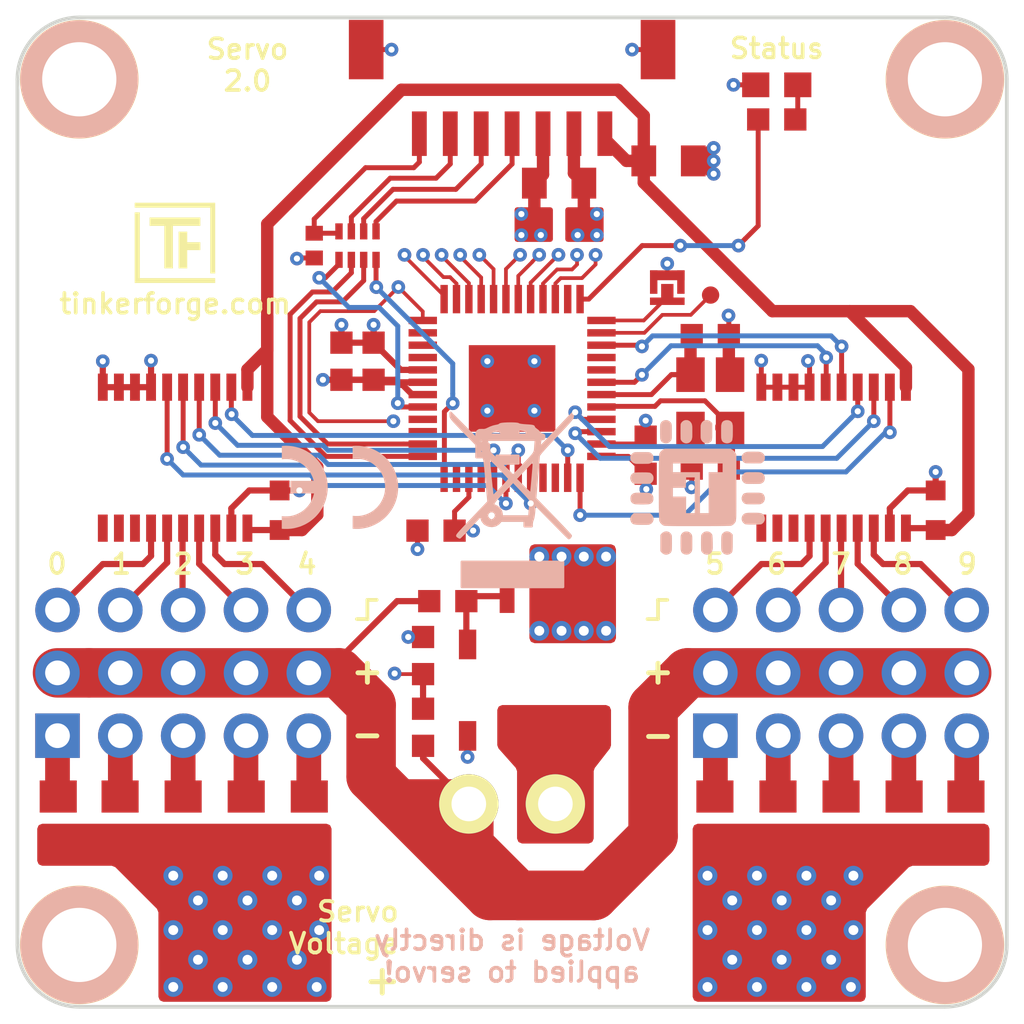
<source format=kicad_pcb>
(kicad_pcb (version 20211014) (generator pcbnew)
  (layers (0 "F.Cu" signal) (1 "In1.Cu" power "GND") (2 "In2.Cu" power "VCC") (31 "B.Cu" signal) (34 "B.Paste" user) (35 "F.Paste" user) (36 "B.SilkS" user "B.Silkscreen") (37 "F.SilkS" user "F.Silkscreen") (38 "B.Mask" user) (39 "F.Mask" user) (44 "Edge.Cuts" user))
  (net 0 "")
  (net 1 "Net-(P1-Pad4)")
  (net 2 "Net-(P1-Pad5)")
  (net 3 "Net-(P1-Pad6)")
  (net 4 "Net-(U1-Pad14)")
  (net 5 "Net-(U1-Pad15)")
  (net 6 "Net-(U1-Pad16)")
  (net 7 "Net-(P2-Pad2)")
  (net 8 "Net-(U7-Pad17)")
  (net 9 "Net-(U7-Pad18)")
  (net 10 "VCC")
  (net 11 "GND")
  (net 12 "Net-(C7-Pad1)")
  (net 13 "Net-(C8-Pad1)")
  (net 14 "Net-(C9-Pad1)")
  (net 15 "+5V")
  (net 16 "Net-(D1-Pad2)")
  (net 17 "Net-(D3-Pad2)")
  (net 18 "Net-(P3-Pad1)")
  (net 19 "Net-(P4-Pad1)")
  (net 20 "Net-(P4-Pad2)")
  (net 21 "Net-(R1-Pad1)")
  (net 22 "V-EXT")
  (net 23 "CUR-SERVO-0")
  (net 24 "CUR-SERVO-1")
  (net 25 "CUR-SERVO-2")
  (net 26 "CUR-SERVO-3")
  (net 27 "CUR-SERVO-4")
  (net 28 "CUR-SERVO-5")
  (net 29 "CUR-SERVO-6")
  (net 30 "CUR-SERVO-7")
  (net 31 "CUR-SERVO-8")
  (net 32 "CUR-SERVO-9")
  (net 33 "S-MISO")
  (net 34 "S-MOSI")
  (net 35 "S-CLK")
  (net 36 "S-CS")
  (net 37 "Net-(U1-Pad21)")
  (net 38 "Net-(U1-Pad22)")
  (net 39 "Net-(U1-Pad26)")
  (net 40 "Net-(U1-Pad28)")
  (net 41 "PWM-SERVO-0")
  (net 42 "PWM-SERVO-1")
  (net 43 "PWM-SERVO-2")
  (net 44 "PWM-SERVO-3")
  (net 45 "Net-(U1-Pad33)")
  (net 46 "Net-(U1-Pad34)")
  (net 47 "PWM-SERVO-4")
  (net 48 "PWM-SERVO-5")
  (net 49 "PWM-SERVO-6")
  (net 50 "PWM-SERVO-7")
  (net 51 "PWM-SERVO-8")
  (net 52 "Net-(U1-Pad44)")
  (net 53 "Net-(U1-Pad45)")
  (net 54 "PWM-SERVO-9")
  (net 55 "Net-(U7-Pad11)")
  (net 56 "Net-(U7-Pad12)")
  (net 57 "Net-(U7-Pad13)")
  (net 58 "Net-(U7-Pad14)")
  (net 59 "Net-(U7-Pad15)")
  (net 60 "Net-(U7-Pad16)")
  (net 61 "Net-(U6-Pad14)")
  (net 62 "Net-(U6-Pad15)")
  (net 63 "Net-(U6-Pad16)")
  (net 64 "Net-(U6-Pad17)")
  (net 65 "Net-(U6-Pad18)")
  (net 66 "Net-(U6-Pad13)")
  (net 67 "Net-(U6-Pad12)")
  (net 68 "Net-(U6-Pad11)")
  (net 69 "Net-(U1-Pad2)")
  (footprint "kicad-libraries:C0805" (layer "F.Cu") (at 151.9 89.2 180)
    (fp_text reference "C1")
    (fp_text value "10uF")
  )
  (footprint "kicad-libraries:C0603F" (layer "F.Cu") (at 151.9 90.7 180)
    (fp_text reference "C2")
    (fp_text value "1uF")
  )
  (footprint "kicad-libraries:C0603F" (layer "F.Cu") (at 143.1 96.4 90)
    (fp_text reference "C4")
    (fp_text value "100nF")
  )
  (footprint "kicad-libraries:C0603F" (layer "F.Cu") (at 144.4 96.4 90)
    (fp_text reference "C6")
    (fp_text value "220nF")
  )
  (footprint "kicad-libraries:C0402F" (layer "F.Cu") (at 142 91.725 -90)
    (fp_text reference "C7")
    (fp_text value "220pF")
  )
  (footprint "kicad-libraries:C0603" (layer "F.Cu") (at 140.6 102.425 90)
    (fp_text reference "C10")
    (fp_text value "100nF")
  )
  (footprint "kicad-libraries:C0603" (layer "F.Cu") (at 167.125 102.425 -90)
    (fp_text reference "C11")
    (fp_text value "100nF")
  )
  (footprint "kicad-libraries:C0805" (layer "F.Cu") (at 156.325 88.3)
    (fp_text reference "C12")
    (fp_text value "10uF")
  )
  (footprint "kicad-libraries:SOD-123" (layer "F.Cu") (at 148.2 109.7 90)
    (fp_text reference "D1")
    (fp_text value "Z12V")
  )
  (footprint "kicad-libraries:D0603E" (layer "F.Cu") (at 160.7 85.225)
    (fp_text reference "D3")
    (fp_text value "blue")
  )
  (footprint "kicad-libraries:CON-SENSOR2" (layer "F.Cu") (at 150 82.6 180)
    (fp_text reference "P1")
    (fp_text value "CON-SENSOR2")
  )
  (footprint "kicad-libraries:SolderJumper" (layer "F.Cu") (at 156.275 93.425 -90)
    (fp_text reference "P2")
    (fp_text value "BOOT")
  )
  (footprint "kicad-libraries:DEBUG_PAD" (layer "F.Cu") (at 158.025 93.725)
    (fp_text reference "P3")
    (fp_text value "DEBUG")
  )
  (footprint "kicad-libraries:SOIC-8-MOSFET" (layer "F.Cu") (at 151.7 108.5 180)
    (fp_text reference "Q1")
    (fp_text value "FDS8449")
  )
  (footprint "kicad-libraries:R0603F" (layer "F.Cu") (at 160.7 86.625)
    (fp_text reference "R1")
    (fp_text value "1k")
  )
  (footprint "kicad-libraries:R0603F" (layer "F.Cu") (at 146.4 111.2 90)
    (fp_text reference "R2")
    (fp_text value "10k")
  )
  (footprint "kicad-libraries:R0603F" (layer "F.Cu") (at 146.4 108.3 90)
    (fp_text reference "R3")
    (fp_text value "1k")
  )
  (footprint "kicad-libraries:R0603F" (layer "F.Cu") (at 147.4 106.1 180)
    (fp_text reference "R16")
    (fp_text value "100k")
  )
  (footprint "kicad-libraries:4X0402" (layer "F.Cu") (at 143.75 91.725 180)
    (fp_text reference "RP1")
    (fp_text value "82")
  )
  (footprint "kicad-libraries:DRILL_NP" (layer "F.Cu") (at 132.5 85)
    (fp_text reference "U2" hide)
    (fp_text value "DRILL" hide)
  )
  (footprint "kicad-libraries:DRILL_NP" (layer "F.Cu") (at 167.5 120)
    (fp_text reference "U3" hide)
    (fp_text value "DRILL" hide)
  )
  (footprint "kicad-libraries:DRILL_NP" (layer "F.Cu") (at 167.5 85)
    (fp_text reference "U5" hide)
    (fp_text value "DRILL" hide)
  )
  (footprint "kicad-libraries:pin_array_5x3" (layer "F.Cu") (at 136.7 109)
    (fp_text reference "U8")
    (fp_text value "Con_Servo_5x")
  )
  (footprint "kicad-libraries:OQ_2P" (layer "F.Cu") (at 150 114.3)
    (fp_text reference "P4")
    (fp_text value "black")
  )
  (footprint "kicad-libraries:R0805E" (layer "F.Cu") (at 134.15 114.95 -90)
    (fp_text reference "R7")
    (fp_text value "0R1")
  )
  (footprint "kicad-libraries:R0805E" (layer "F.Cu") (at 141.8 114.95 -90)
    (fp_text reference "R4")
    (fp_text value "0R1")
  )
  (footprint "kicad-libraries:R0805E" (layer "F.Cu") (at 131.65 114.95 -90)
    (fp_text reference "R8")
    (fp_text value "0R1")
  )
  (footprint "kicad-libraries:R0805E" (layer "F.Cu") (at 136.7 114.95 -90)
    (fp_text reference "R6")
    (fp_text value "0R1")
  )
  (footprint "kicad-libraries:R0805E" (layer "F.Cu") (at 139.25 114.95 -90)
    (fp_text reference "R5")
    (fp_text value "0R1")
  )
  (footprint "kicad-libraries:TSSOP20" (layer "F.Cu") (at 136.375 100.3 180)
    (fp_text reference "U6")
    (fp_text value "74HC245")
  )
  (footprint "kicad-libraries:R0805E" (layer "F.Cu") (at 165.85 114.95 -90)
    (fp_text reference "R10")
    (fp_text value "0R1")
  )
  (footprint "kicad-libraries:R0805E" (layer "F.Cu") (at 158.2 114.95 -90)
    (fp_text reference "R13")
    (fp_text value "0R1")
  )
  (footprint "kicad-libraries:TSSOP20" (layer "F.Cu") (at 163 100.3 180)
    (fp_text reference "U7")
    (fp_text value "74HC245")
  )
  (footprint "kicad-libraries:pin_array_5x3" (layer "F.Cu") (at 163.3 109)
    (fp_text reference "U9")
    (fp_text value "Con_Servo_5x")
  )
  (footprint "kicad-libraries:R0805E" (layer "F.Cu") (at 163.3 114.95 -90)
    (fp_text reference "R11")
    (fp_text value "0R1")
  )
  (footprint "kicad-libraries:DRILL_NP" (layer "F.Cu") (at 132.5 120)
    (fp_text reference "U4" hide)
    (fp_text value "DRILL" hide)
  )
  (footprint "kicad-libraries:R0805E" (layer "F.Cu") (at 160.75 114.95 -90)
    (fp_text reference "R12")
    (fp_text value "0R1")
  )
  (footprint "kicad-libraries:R0805E" (layer "F.Cu") (at 168.35 114.95 -90)
    (fp_text reference "R9")
    (fp_text value "0R1")
  )
  (footprint "kicad-libraries:QFN48-EP2" (layer "F.Cu") (at 150 97.5 180)
    (fp_text reference "U1")
    (fp_text value "XMC1404")
  )
  (footprint "kicad-libraries:C0603F" (layer "F.Cu") (at 158.013194 100.742524 180)
    (fp_text reference "C8")
    (fp_text value "10pF")
  )
  (footprint "kicad-libraries:CRYSTAL_3225" (layer "F.Cu") (at 158.013194 98.042524 -90)
    (fp_text reference "X1")
    (fp_text value "16MHz")
  )
  (footprint "kicad-libraries:C0603F" (layer "F.Cu") (at 158.013194 95.342524)
    (fp_text reference "C9")
    (fp_text value "10pF")
  )
  (footprint "kicad-libraries:C0603F" (layer "F.Cu") (at 146.925 103.25 180)
    (fp_text reference "C5")
    (fp_text value "100nF")
  )
  (footprint "kicad-libraries:C0603F" (layer "F.Cu") (at 155.4 100.2 -90)
    (fp_text reference "C3")
    (fp_text value "100nF")
  )
  (footprint "kicad-libraries:Logo_31x31" (layer "F.Cu") (at 136.375 91.625)
    (fp_text reference "G***" hide)
    (fp_text value "LOGO" hide)
  )
  (footprint "kicad-libraries:CE_5mm" (layer "B.Cu") (at 143 101.5 180)
    (fp_text reference "VAL" hide)
    (fp_text value "CE_5mm" hide)
  )
  (footprint "kicad-libraries:Logo_CoMCU" (layer "B.Cu") (at 157.5 101.5 180)
    (fp_text reference "G***" hide)
    (fp_text value "LOGO" hide)
  )
  (footprint "kicad-libraries:WEEE_7mm" (layer "B.Cu") (at 150 102 180)
    (fp_text reference "VAL" hide)
    (fp_text value "WEEE_7mm" hide)
  )
  (gr_line (start 144.15 106.825) (end 143.725 106.825) (layer "F.SilkS") (width 0.15))
  (gr_line (start 144.15 106.05) (end 144.525 106.05) (layer "F.SilkS") (width 0.15))
  (gr_line (start 144.15 106.05) (end 144.15 106.825) (layer "F.SilkS") (width 0.15))
  (gr_line (start 155.9 106.05) (end 156.275 106.05) (layer "F.SilkS") (width 0.15))
  (gr_line (start 155.9 106.05) (end 155.9 106.825) (layer "F.SilkS") (width 0.15))
  (gr_line (start 155.9 106.825) (end 155.475 106.825) (layer "F.SilkS") (width 0.15))
  (gr_line (start 167.5 122.5) (end 132.5 122.5) (layer "Edge.Cuts") (width 0.15))
  (gr_line (start 170 85) (end 170 120) (layer "Edge.Cuts") (width 0.15))
  (gr_arc (start 130 85) (mid 130.732233 83.232233) (end 132.5 82.5) (layer "Edge.Cuts") (width 0.15))
  (gr_arc (start 167.5 82.5) (mid 169.267767 83.232233) (end 170 85) (layer "Edge.Cuts") (width 0.15))
  (gr_arc (start 170 120) (mid 169.267767 121.767767) (end 167.5 122.5) (layer "Edge.Cuts") (width 0.15))
  (gr_line (start 130 120) (end 130 85) (layer "Edge.Cuts") (width 0.15))
  (gr_line (start 132.5 82.5) (end 167.5 82.5) (layer "Edge.Cuts") (width 0.15))
  (gr_arc (start 132.5 122.5) (mid 130.732233 121.767767) (end 130 120) (layer "Edge.Cuts") (width 0.15))
  (gr_text "Voltage is directly\napplied to servo!" (at 150 120.45) (layer "B.SilkS") (effects (font (size 0.8 0.8)) (justify mirror)))
  (gr_text "+" (at 155.9 108.925) (layer "F.SilkS") (effects (font (size 1 1) (thickness 0.2))))
  (gr_text "-" (at 155.9 111.5) (layer "F.SilkS") (effects (font (size 1 1) (thickness 0.2))))
  (gr_text "Servo\nVoltage" (at 145.5 119.3) (layer "F.SilkS") (effects (font (size 0.8 0.8)) (justify right)))
  (gr_text "+" (at 144.15 108.925) (layer "F.SilkS") (effects (font (size 1 1) (thickness 0.2))))
  (gr_text "3" (at 139.2 104.6) (layer "F.SilkS") (effects (font (size 0.8 0.8))))
  (gr_text "4" (at 141.7 104.6) (layer "F.SilkS") (effects (font (size 0.8 0.8))))
  (gr_text "-" (at 144.15 111.475) (layer "F.SilkS") (effects (font (size 1 1) (thickness 0.2))))
  (gr_text "Status" (at 160.7 83.75) (layer "F.SilkS") (effects (font (size 0.8 0.8))))
  (gr_text "2" (at 136.7 104.6) (layer "F.SilkS") (effects (font (size 0.8 0.8))))
  (gr_text "tinkerforge.com" (at 136.375 94.075) (layer "F.SilkS") (effects (font (size 0.8 0.8))))
  (gr_text "Servo\n2.0" (at 139.3 84.425) (layer "F.SilkS") (effects (font (size 0.8 0.8))))
  (gr_text "6" (at 160.7 104.6) (layer "F.SilkS") (effects (font (size 0.8 0.8))))
  (gr_text "5" (at 158.2 104.6) (layer "F.SilkS") (effects (font (size 0.8 0.8))))
  (gr_text "1" (at 134.2 104.6) (layer "F.SilkS") (effects (font (size 0.8 0.8))))
  (gr_text "0" (at 131.6 104.6) (layer "F.SilkS") (effects (font (size 0.8 0.8))))
  (gr_text "7" (at 163.3 104.6) (layer "F.SilkS") (effects (font (size 0.8 0.8))))
  (gr_text "8" (at 165.8 104.6) (layer "F.SilkS") (effects (font (size 0.8 0.8))))
  (gr_text "9" (at 168.4 104.6) (layer "F.SilkS") (effects (font (size 0.8 0.8))))
  (gr_text "+" (at 144.75 121.4) (layer "F.SilkS") (effects (font (size 1.2 1.2) (thickness 0.2))))
  (segment (start 144.4993 90.7507) (end 145.325 89.925) (width 0.2) (layer "F.Cu") (net 1))
  (segment (start 144.4993 91.15) (end 144.4993 90.7507) (width 0.2) (layer "F.Cu") (net 1))
  (segment (start 150 88.425) (end 150 87.2) (width 0.2) (layer "F.Cu") (net 1))
  (segment (start 148.5 89.925) (end 150 88.425) (width 0.2) (layer "F.Cu") (net 1))
  (segment (start 145.325 89.925) (end 148.5 89.925) (width 0.2) (layer "F.Cu") (net 1))
  (segment (start 143.99892 90.635518) (end 145.184438 89.45) (width 0.2) (layer "F.Cu") (net 2))
  (segment (start 143.99892 91.15) (end 143.99892 90.635518) (width 0.2) (layer "F.Cu") (net 2))
  (segment (start 148.75 88.425) (end 148.75 87.2) (width 0.2) (layer "F.Cu") (net 2))
  (segment (start 148.7 87.25) (end 148.75 87.2) (width 0.2) (layer "F.Cu") (net 2))
  (segment (start 145.184438 89.45) (end 147.725 89.45) (width 0.2) (layer "F.Cu") (net 2))
  (segment (start 147.725 89.45) (end 148.75 88.425) (width 0.2) (layer "F.Cu") (net 2))
  (segment (start 143.50108 91.15) (end 143.50108 90.567658) (width 0.2) (layer "F.Cu") (net 3))
  (segment (start 147.5 88.425) (end 147.5 87.2) (width 0.2) (layer "F.Cu") (net 3))
  (segment (start 143.50108 90.567658) (end 145.068738 89) (width 0.2) (layer "F.Cu") (net 3))
  (segment (start 145.068738 89) (end 146.925 89) (width 0.2) (layer "F.Cu") (net 3))
  (segment (start 146.925 89) (end 147.5 88.425) (width 0.2) (layer "F.Cu") (net 3))
  (segment (start 155.32328 94.75172) (end 153.61188 94.75172) (width 0.15) (layer "F.Cu") (net 7))
  (segment (start 156.275 93.975) (end 156.1 93.975) (width 0.15) (layer "F.Cu") (net 7))
  (segment (start 156.1 93.975) (end 155.32328 94.75172) (width 0.15) (layer "F.Cu") (net 7))
  (segment (start 156.275 93.575) (end 156.275 93.975) (width 0.15) (layer "F.Cu") (net 7))
  (segment (start 163.97282 104.59282) (end 163.97282 103.14988) (width 0.25) (layer "F.Cu") (net 8))
  (segment (start 165.84 106.46) (end 163.97282 104.59282) (width 0.25) (layer "F.Cu") (net 8))
  (segment (start 166.52 104.6) (end 165 104.6) (width 0.25) (layer "F.Cu") (net 9))
  (segment (start 165 104.6) (end 164.62306 104.22306) (width 0.25) (layer "F.Cu") (net 9))
  (segment (start 168.38 106.46) (end 166.52 104.6) (width 0.25) (layer "F.Cu") (net 9))
  (segment (start 164.62306 104.22306) (end 164.62306 103.14988) (width 0.25) (layer "F.Cu") (net 9))
  (segment (start 155.1021 99.7479) (end 153.61188 99.7479) (width 0.2) (layer "F.Cu") (net 10))
  (segment (start 145.56408 97.34906) (end 145.96394 97.74892) (width 0.25) (layer "F.Cu") (net 10))
  (segment (start 143.1 97.15) (end 144.4 97.15) (width 0.25) (layer "F.Cu") (net 10))
  (segment (start 148.25248 101.11188) (end 148.25248 101.89752) (width 0.2) (layer "F.Cu") (net 10))
  (segment (start 150.89924 89.2) (end 150.89924 90.44924) (width 0.5) (layer "F.Cu") (net 10))
  (segment (start 148.25248 101.89752) (end 147.675 102.475) (width 0.2) (layer "F.Cu") (net 10))
  (segment (start 155.4 99.45) (end 155.4 98.8) (width 0.2) (layer "F.Cu") (net 10))
  (segment (start 159.8499 85.225) (end 158.95 85.225) (width 0.2) (layer "F.Cu") (net 10))
  (segment (start 147.675 102.475) (end 147.675 103.25) (width 0.2) (layer "F.Cu") (net 10))
  (segment (start 151.15 90.7) (end 151.161368 90.711368) (width 0.5) (layer "F.Cu") (net 10))
  (segment (start 151.25 88.84924) (end 150.89924 89.2) (width 0.5) (layer "F.Cu") (net 10))
  (segment (start 144.50108 97.25108) (end 146.38812 97.25108) (width 0.25) (layer "F.Cu") (net 10))
  (segment (start 144.4 97.15) (end 144.50108 97.25108) (width 0.25) (layer "F.Cu") (net 10))
  (segment (start 143.1 97.15) (end 142.350032 97.15) (width 0.25) (layer "F.Cu") (net 10))
  (segment (start 143.1 97.15) (end 145.282209 97.15) (width 0.25) (layer "F.Cu") (net 10))
  (segment (start 145.481269 97.34906) (end 145.56408 97.34906) (width 0.25) (layer "F.Cu") (net 10))
  (segment (start 155.4 99.45) (end 155.1021 99.7479) (width 0.2) (layer "F.Cu") (net 10))
  (segment (start 151.15 90.7) (end 151.15 90.725398) (width 0.5) (layer "F.Cu") (net 10))
  (segment (start 150.89924 90.44924) (end 151.15 90.7) (width 0.5) (layer "F.Cu") (net 10))
  (segment (start 145.96394 97.74892) (end 146.38812 97.74892) (width 0.25) (layer "F.Cu") (net 10))
  (segment (start 151.25 87.2) (end 151.25 88.84924) (width 0.5) (layer "F.Cu") (net 10))
  (segment (start 147.675 103.25) (end 148.425 103.25) (width 0.2) (layer "F.Cu") (net 10))
  (segment (start 145.282209 97.15) (end 145.481269 97.34906) (width 0.25) (layer "F.Cu") (net 10))
  (segment (start 151.161368 90.711368) (end 151.161368 91.041653) (width 0.5) (layer "F.Cu") (net 10))
  (via (at 142.350032 97.15) (size 0.55) (drill 0.25) (layers "F.Cu" "B.Cu") (net 10))
  (via (at 150.375 90.45) (size 0.55) (drill 0.25) (layers "F.Cu" "B.Cu") (net 10))
  (via (at 148.425 103.25) (size 0.55) (drill 0.25) (layers "F.Cu" "B.Cu") (net 10))
  (via (at 155.4 98.8) (size 0.55) (drill 0.25) (layers "F.Cu" "B.Cu") (net 10))
  (via (at 158.95 85.225) (size 0.55) (drill 0.25) (layers "F.Cu" "B.Cu") (net 10))
  (via (at 150.375 91.3) (size 0.55) (drill 0.25) (layers "F.Cu" "B.Cu") (net 10))
  (via (at 151.161368 91.3) (size 0.55) (drill 0.25) (layers "F.Cu" "B.Cu") (net 10))
  (segment (start 140.6 101.6249) (end 141.399892 101.6249) (width 0.25) (layer "F.Cu") (net 11))
  (segment (start 141.325 92.225) (end 141.3 92.25) (width 0.2) (layer "F.Cu") (net 11))
  (segment (start 133.45146 96.40146) (end 133.45 96.4) (width 0.25) (layer "F.Cu") (net 11))
  (segment (start 146.175 103.999998) (end 146.174998 104) (width 0.2) (layer "F.Cu") (net 11))
  (segment (start 156.275 92.925) (end 156.670002 92.925) (width 0.15) (layer "F.Cu") (net 11))
  (segment (start 155.879998 92.925) (end 155.725 93.079998) (width 0.15) (layer "F.Cu") (net 11))
  (segment (start 131.65 115.9) (end 141.8 115.9) (width 1) (layer "F.Cu") (net 11))
  (segment (start 155.725 93.079998) (end 155.725 93.2) (width 0.15) (layer "F.Cu") (net 11))
  (segment (start 165.2733 102.34997) (end 165.2733 103.14988) (width 0.25) (layer "F.Cu") (net 11))
  (segment (start 156.670002 92.925) (end 156.825 93.079998) (width 0.15) (layer "F.Cu") (net 11))
  (segment (start 155.9 83.8) (end 154.85 83.8) (width 0.2) (layer "F.Cu") (net 11))
  (segment (start 152.5 88.79924) (end 152.90076 89.2) (width 0.5) (layer "F.Cu") (net 11))
  (segment (start 135.40218 97.45012) (end 135.40218 96.37718) (width 0.25) (layer "F.Cu") (net 11))
  (segment (start 153.60934 100.24828) (end 154.69828 100.24828) (width 0.2) (layer "F.Cu") (net 11))
  (segment (start 152.720479 90.770479) (end 152.720479 90.968135) (width 0.5) (layer "F.Cu") (net 11))
  (segment (start 138.6483 102.34997) (end 138.6483 103.14988) (width 0.25) (layer "F.Cu") (net 11))
  (segment (start 162.02718 97.45012) (end 162.02718 96.452897) (width 0.2) (layer "F.Cu") (net 11))
  (segment (start 152.90076 90.44924) (end 152.65 90.7) (width 0.5) (layer "F.Cu") (net 11))
  (segment (start 162.02718 97.45012) (end 160.07646 97.45012) (width 0.2) (layer "F.Cu") (net 11))
  (segment (start 155.426411 100.976411) (end 155.426411 101.184671) (width 0.2) (layer "F.Cu") (net 11))
  (segment (start 167.125 101.6249) (end 165.99837 101.6249) (width 0.25) (layer "F.Cu") (net 11))
  (segment (start 144.1 83.8) (end 145.125 83.8) (width 0.2) (layer "F.Cu") (net 11))
  (segment (start 157.263194 100.742524) (end 157.263194 101.486806) (width 0.2) (layer "F.Cu") (net 11))
  (segment (start 133.45146 97.45012) (end 133.45146 96.40146) (width 0.25) (layer "F.Cu") (net 11))
  (segment (start 158.763194 95.342524) (end 158.763194 94.563194) (width 0.2) (layer "F.Cu") (net 11))
  (segment (start 158.763194 94.563194) (end 158.75 94.55) (width 0.2) (layer "F.Cu") (net 11))
  (segment (start 162.02718 96.452897) (end 161.962911 96.388628) (width 0.2) (layer "F.Cu") (net 11))
  (segment (start 148.2 111.54912) (end 148.2 112.4) (width 0.25) (layer "F.Cu") (net 11))
  (segment (start 156.825 93.079998) (end 156.825 93.2) (width 0.15) (layer "F.Cu") (net 11))
  (segment (start 156.275 92.455056) (end 156.274017 92.454073) (width 0.15) (layer "F.Cu") (net 11))
  (segment (start 156.275 92.925) (end 156.275 92.455056) (width 0.15) (layer "F.Cu") (net 11))
  (segment (start 152.90076 89.2) (end 152.90076 90.44924) (width 0.5) (layer "F.Cu") (net 11))
  (segment (start 156.275 92.925) (end 155.879998 92.925) (width 0.15) (layer "F.Cu") (net 11))
  (segment (start 143.1 95.65) (end 143.1 94.926955) (width 0.25) (layer "F.Cu") (net 11))
  (segment (start 157.625 88.3) (end 158.15 88.825) (width 0.5) (layer "F.Cu") (net 11))
  (segment (start 157.213094 99.142344) (end 157.213094 100.692424) (width 0.5) (layer "F.Cu") (net 11))
  (segment (start 157.32576 88.3) (end 158.15 88.3) (width 0.5) (layer "F.Cu") (net 11))
  (segment (start 142 92.225) (end 141.325 92.225) (width 0.2) (layer "F.Cu") (net 11))
  (segment (start 157.32576 88.3) (end 157.625 88.3) (width 0.5) (layer "F.Cu") (net 11))
  (segment (start 135.40218 97.45012) (end 133.45146 97.45012) (width 0.25) (layer "F.Cu") (net 11))
  (segment (start 152.65 90.7) (end 152.720479 90.770479) (width 0.5) (layer "F.Cu") (net 11))
  (segment (start 135.40218 96.37718) (end 135.4 96.375) (width 0.25) (layer "F.Cu") (net 11))
  (segment (start 144.4 95.65) (end 145.5007 96.7507) (width 0.25) (layer "F.Cu") (net 11))
  (segment (start 146.175 103.25) (end 146.175 103.999998) (width 0.2) (layer "F.Cu") (net 11))
  (segment (start 145.5007 96.7507) (end 146.38812 96.7507) (width 0.25) (layer "F.Cu") (net 11))
  (segment (start 155.426411 101.184671) (end 155.426411 101.573579) (width 0.2) (layer "F.Cu") (net 11))
  (segment (start 146.4 107.55) (end 145.80001 107.55) (width 0.25) (layer "F.Cu") (net 11))
  (segment (start 154.69828 100.24828) (end 155.4 100.95) (width 0.2) (layer "F.Cu") (net 11))
  (segment (start 167.125 101.6249) (end 167.125 100.875) (width 0.25) (layer "F.Cu") (net 11))
  (segment (start 165.99837 101.6249) (end 165.2733 102.34997) (width 0.25) (layer "F.Cu") (net 11))
  (segment (start 143.1 95.65) (end 144.4 95.65) (width 0.25) (layer "F.Cu") (net 11))
  (segment (start 157.625 88.3) (end 158.15 87.775) (width 0.5) (layer "F.Cu") (net 11))
  (segment (start 139.37337 101.6249) (end 138.6483 102.34997) (width 0.25) (layer "F.Cu") (net 11))
  (segment (start 144.4 95.65) (end 144.4 94.925011) (width 0.25) (layer "F.Cu") (net 11))
  (segment (start 152.5 87.2) (end 152.5 88.79924) (width 0.5) (layer "F.Cu") (net 11))
  (segment (start 158.763194 95.342524) (end 158.763194 96.892604) (width 0.5) (layer "F.Cu") (net 11))
  (segment (start 141.399892 101.6249) (end 141.39999 101.624998) (width 0.25) (layer "F.Cu") (net 11))
  (segment (start 152.65 90.7) (end 152.675 90.7) (width 0.5) (layer "F.Cu") (net 11))
  (segment (start 160.07646 97.45012) (end 160.07646 96.37646) (width 0.2) (layer "F.Cu") (net 11))
  (segment (start 140.6 101.6249) (end 139.37337 101.6249) (width 0.25) (layer "F.Cu") (net 11))
  (segment (start 157.263194 101.486806) (end 157.25 101.5) (width 0.2) (layer "F.Cu") (net 11))
  (segment (start 160.07646 96.37646) (end 160.075 96.375) (width 0.2) (layer "F.Cu") (net 11))
  (segment (start 158.2 115.9) (end 168.35 115.9) (width 1) (layer "F.Cu") (net 11))
  (segment (start 155.4 100.95) (end 155.426411 100.976411) (width 0.2) (layer "F.Cu") (net 11))
  (segment (start 143.1 94.926955) (end 143.101944 94.925011) (width 0.25) (layer "F.Cu") (net 11))
  (via (at 161.9 117.2) (size 0.8) (drill 0.4) (layers "F.Cu" "B.Cu") (net 11))
  (via (at 157.9 119.4) (size 0.8) (drill 0.4) (layers "F.Cu" "B.Cu") (net 11))
  (via (at 163.8 117.2) (size 0.8) (drill 0.4) (layers "F.Cu" "B.Cu") (net 11))
  (via (at 160.9 120.6) (size 0.8) (drill 0.4) (layers "F.Cu" "B.Cu") (net 11))
  (via (at 161.9 119.4) (size 0.8) (drill 0.4) (layers "F.Cu" "B.Cu") (net 11))
  (via (at 159.9 119.4) (size 0.8) (drill 0.4) (layers "F.Cu" "B.Cu") (net 11))
  (via (at 160.9 118.2) (size 0.8) (drill 0.4) (layers "F.Cu" "B.Cu") (net 11))
  (via (at 159.9 121.7) (size 0.8) (drill 0.4) (layers "F.Cu" "B.Cu") (net 11))
  (via (at 162.9 118.2) (size 0.8) (drill 0.4) (layers "F.Cu" "B.Cu") (net 11))
  (via (at 163.7 121.7) (size 0.8) (drill 0.4) (layers "F.Cu" "B.Cu") (net 11))
  (via (at 158.9 118.2) (size 0.8) (drill 0.4) (layers "F.Cu" "B.Cu") (net 11))
  (via (at 157.9 121.7) (size 0.8) (drill 0.4) (layers "F.Cu" "B.Cu") (net 11))
  (via (at 157.9 117.2) (size 0.8) (drill 0.4) (layers "F.Cu" "B.Cu") (net 11))
  (via (at 162.9 120.6) (size 0.8) (drill 0.4) (layers "F.Cu" "B.Cu") (net 11))
  (via (at 159.9 117.2) (size 0.8) (drill 0.4) (layers "F.Cu" "B.Cu") (net 11))
  (via (at 158.9 120.6) (size 0.8) (drill 0.4) (layers "F.Cu" "B.Cu") (net 11))
  (via (at 161.9 121.7) (size 0.8) (drill 0.4) (layers "F.Cu" "B.Cu") (net 11))
  (via (at 163.8 119.4) (size 0.8) (drill 0.4) (layers "F.Cu" "B.Cu") (net 11))
  (via (at 153.8 107.3) (size 0.8) (drill 0.4) (layers "F.Cu" "B.Cu") (net 11))
  (via (at 135.4 96.375) (size 0.55) (drill 0.25) (layers "F.Cu" "B.Cu") (net 11))
  (via (at 141.39999 101.624998) (size 0.55) (drill 0.25) (layers "F.Cu" "B.Cu") (net 11))
  (via (at 138.3 121.7) (size 0.8) (drill 0.4) (layers "F.Cu" "B.Cu") (net 11))
  (via (at 152.65 91.3) (size 0.55) (drill 0.25) (layers "F.Cu" "B.Cu") (net 11))
  (via (at 153.425 90.45) (size 0.55) (drill 0.25) (layers "F.Cu" "B.Cu") (net 11))
  (via (at 133.45 96.4) (size 0.55) (drill 0.25) (layers "F.Cu" "B.Cu") (net 11))
  (via (at 138.3 117.2) (size 0.8) (drill 0.4) (layers "F.Cu" "B.Cu") (net 11))
  (via (at 150.9 96.4) (size 0.55) (drill 0.25) (layers "F.Cu" "B.Cu") (net 11))
  (via (at 152.9 107.3) (size 0.8) (drill 0.4) (layers "F.Cu" "B.Cu") (net 11))
  (via (at 140.3 119.4) (size 0.8) (drill 0.4) (layers "F.Cu" "B.Cu") (net 11))
  (via (at 141.3 118.2) (size 0.8) (drill 0.4) (layers "F.Cu" "B.Cu") (net 11))
  (via (at 167.125 100.875) (size 0.55) (drill 0.25) (layers "F.Cu" "B.Cu") (net 11))
  (via (at 138.3 119.4) (size 0.8) (drill 0.4) (layers "F.Cu" "B.Cu") (net 11))
  (via (at 156.274017 92.454073) (size 0.55) (drill 0.25) (layers "F.Cu" "B.Cu") (net 11))
  (via (at 151.1 107.3) (size 0.8) (drill 0.4) (layers "F.Cu" "B.Cu") (net 11))
  (via (at 139.3 120.6) (size 0.8) (drill 0.4) (layers "F.Cu" "B.Cu") (net 11))
  (via (at 152.9 104.3) (size 0.8) (drill 0.4) (layers "F.Cu" "B.Cu") (net 11))
  (via (at 144.4 94.925011) (size 0.55) (drill 0.25) (layers "F.Cu" "B.Cu") (net 11))
  (via (at 136.3 117.2) (size 0.8) (drill 0.4) (layers "F.Cu" "B.Cu") (net 11))
  (via (at 154.85 83.8) (size 0.55) (drill 0.25) (layers "F.Cu" "B.Cu") (net 11))
  (via (at 137.3 120.6) (size 0.8) (drill 0.4) (layers "F.Cu" "B.Cu") (net 11))
  (via (at 145.125 83.8) (size 0.55) (drill 0.25) (layers "F.Cu" "B.Cu") (net 11))
  (via (at 153.8 104.3) (size 0.8) (drill 0.4) (layers "F.Cu" "B.Cu") (net 11))
  (via (at 142.2 119.4) (size 0.8) (drill 0.4) (layers "F.Cu" "B.Cu") (net 11))
  (via (at 158.15 88.825) (size 0.55) (drill 0.25) (layers "F.Cu" "B.Cu") (net 11))
  (via (at 136.3 119.4) (size 0.8) (drill 0.4) (layers "F.Cu" "B.Cu") (net 11))
  (via (at 136.3 121.7) (size 0.8) (drill 0.4) (layers "F.Cu" "B.Cu") (net 11))
  (via (at 149 98.4) (size 0.55) (drill 0.25) (layers "F.Cu" "B.Cu") (net 11))
  (via (at 155.426411 101.573579) (size 0.55) (drill 0.25) (layers "F.Cu" "B.Cu") (net 11))
  (via (at 160.075 96.375) (size 0.55) (drill 0.25) (layers "F.Cu" "B.Cu") (net 11))
  (via (at 157.25 101.5) (size 0.55) (drill 0.25) (layers "F.Cu" "B.Cu") (net 11))
  (via (at 140.3 121.7) (size 0.8) (drill 0.4) (layers "F.Cu" "B.Cu") (net 11))
  (via (at 141.3 92.25) (size 0.55) (drill 0.25) (layers "F.Cu" "B.Cu") (net 11))
  (via (at 142.1 121.7) (size 0.8) (drill 0.4) (layers "F.Cu" "B.Cu") (net 11))
  (via (at 146.174998 104) (size 0.55) (drill 0.25) (layers "F.Cu" "B.Cu") (net 11))
  (via (at 161.962911 96.388628) (size 0.55) (drill 0.25) (layers "F.Cu" "B.Cu") (net 11))
  (via (at 141.3 120.6) (size 0.8) (drill 0.4) (layers "F.Cu" "B.Cu") (net 11))
  (via (at 149 96.4) (size 0.55) (drill 0.25) (layers "F.Cu" "B.Cu") (net 11))
  (via (at 140.3 117.2) (size 0.8) (drill 0.4) (layers "F.Cu" "B.Cu") (net 11))
  (via (at 143.101944 94.925011) (size 0.55) (drill 0.25) (layers "F.Cu" "B.Cu") (net 11))
  (via (at 153.425 91.3) (size 0.55) (drill 0.25) (layers "F.Cu" "B.Cu") (net 11))
  (via (at 158.75 94.55) (size 0.55) (drill 0.25) (layers "F.Cu" "B.Cu") (net 11))
  (via (at 145.80001 107.55) (size 0.55) (drill 0.25) (layers "F.Cu" "B.Cu") (net 11))
  (via (at 151.1 104.3) (size 0.8) (drill 0.4) (layers "F.Cu" "B.Cu") (net 11))
  (via (at 158.15 88.3) (size 0.55) (drill 0.25) (layers "F.Cu" "B.Cu") (net 11))
  (via (at 142.2 117.2) (size 0.8) (drill 0.4) (layers "F.Cu" "B.Cu") (net 11))
  (via (at 137.3 118.2) (size 0.8) (drill 0.4) (layers "F.Cu" "B.Cu") (net 11))
  (via (at 152 104.3) (size 0.8) (drill 0.4) (layers "F.Cu" "B.Cu") (net 11))
  (via (at 148.2 112.4) (size 0.55) (drill 0.25) (layers "F.Cu" "B.Cu") (net 11))
  (via (at 150.9 98.4) (size 0.55) (drill 0.25) (layers "F.Cu" "B.Cu") (net 11))
  (via (at 139.3 118.2) (size 0.8) (drill 0.4) (layers "F.Cu" "B.Cu") (net 11))
  (via (at 152 107.3) (size 0.8) (drill 0.4) (layers "F.Cu" "B.Cu") (net 11))
  (via (at 158.15 87.775) (size 0.55) (drill 0.25) (layers "F.Cu" "B.Cu") (net 11))
  (segment (start 144.075 88.575) (end 146.025 88.575) (width 0.2) (layer "F.Cu") (net 12))
  (segment (start 146.025 88.575) (end 146.25 88.35) (width 0.2) (layer "F.Cu") (net 12))
  (segment (start 142.9257 91.225) (end 143.0007 91.15) (width 0.2) (layer "F.Cu") (net 12))
  (segment (start 142 90.65) (end 144.075 88.575) (width 0.2) (layer "F.Cu") (net 12))
  (segment (start 146.25 88.35) (end 146.25 87.2) (width 0.2) (layer "F.Cu") (net 12))
  (segment (start 142 91.225) (end 142 90.65) (width 0.2) (layer "F.Cu") (net 12))
  (segment (start 142 91.225) (end 142.9257 91.225) (width 0.2) (layer "F.Cu") (net 12))
  (segment (start 156 98) (end 155.775002 98.224998) (width 0.2) (layer "F.Cu") (net 13))
  (segment (start 157.79541 98) (end 156 98) (width 0.2) (layer "F.Cu") (net 13))
  (segment (start 158.763194 100.742524) (end 158.763194 99.192444) (width 0.5) (layer "F.Cu") (net 13))
  (segment (start 158.313294 99.142344) (end 158.313294 99.017884) (width 0.2) (layer "F.Cu") (net 13))
  (segment (start 154.136182 98.224998) (end 154.11188 98.2493) (width 0.2) (layer "F.Cu") (net 13))
  (segment (start 155.775002 98.224998) (end 154.136182 98.224998) (width 0.2) (layer "F.Cu") (net 13))
  (segment (start 158.813294 99.017884) (end 157.79541 98) (width 0.2) (layer "F.Cu") (net 13))
  (segment (start 157.213094 96.942704) (end 156.437784 96.942704) (width 0.2) (layer "F.Cu") (net 14))
  (segment (start 156.437784 96.942704) (end 155.631568 97.74892) (width 0.2) (layer "F.Cu") (net 14))
  (segment (start 156.713094 96.942704) (end 156.484158 96.942704) (width 0.2) (layer "F.Cu") (net 14))
  (segment (start 157.213094 96.942704) (end 157.213094 95.392624) (width 0.5) (layer "F.Cu") (net 14))
  (segment (start 155.631568 97.74892) (end 154.11188 97.74892) (width 0.2) (layer "F.Cu") (net 14))
  (segment (start 140.6 103.2251) (end 139.37376 103.2251) (width 0.25) (layer "F.Cu") (net 15))
  (segment (start 145.525 85.425) (end 154.275 85.425) (width 0.5) (layer "F.Cu") (net 15))
  (segment (start 140.6 103.2251) (end 141.4999 103.2251) (width 0.5) (layer "F.Cu") (net 15))
  (segment (start 165.92354 96.65021) (end 165.92354 97.45012) (width 0.5) (layer "F.Cu") (net 15))
  (segment (start 155.32424 86.47424) (end 155.32424 88.3) (width 0.5) (layer "F.Cu") (net 15))
  (segment (start 168.45 96.725) (end 166.1 94.375) (width 0.5) (layer "F.Cu") (net 15))
  (segment (start 140.1 95.9375) (end 140.1 94.625) (width 0.5) (layer "F.Cu") (net 15))
  (segment (start 139.29854 97.45012) (end 139.29854 96.73896) (width 0.5) (layer "F.Cu") (net 15))
  (segment (start 167.04978 103.14988) (end 167.125 103.2251) (width 0.25) (layer "F.Cu") (net 15))
  (segment (start 166.1 94.375) (end 163.64833 94.375) (width 0.5) (layer "F.Cu") (net 15))
  (segment (start 153.75 87.425) (end 154.625 88.3) (width 0.5) (layer "F.Cu") (net 15))
  (segment (start 160.5244 94.375) (end 163.64833 94.375) (width 0.5) (layer "F.Cu") (net 15))
  (segment (start 153.75 87.2) (end 153.75 87.425) (width 0.5) (layer "F.Cu") (net 15))
  (segment (start 141.4999 103.2251) (end 142.125 102.6) (width 0.5) (layer "F.Cu") (net 15))
  (segment (start 155.32424 88.3) (end 155.32424 89.17484) (width 0.5) (layer "F.Cu") (net 15))
  (segment (start 154.625 88.3) (end 155.32424 88.3) (width 0.5) (layer "F.Cu") (net 15))
  (segment (start 167.125 103.2251) (end 167.77505 103.2251) (width 0.5) (layer "F.Cu") (net 15))
  (segment (start 140.1 98.65) (end 140.1 94.625) (width 0.5) (layer "F.Cu") (net 15))
  (segment (start 165.92354 103.14988) (end 167.04978 103.14988) (width 0.25) (layer "F.Cu") (net 15))
  (segment (start 140.1 90.85) (end 145.525 85.425) (width 0.5) (layer "F.Cu") (net 15))
  (segment (start 168.45 102.55015) (end 168.45 96.725) (width 0.5) (layer "F.Cu") (net 15))
  (segment (start 139.37376 103.2251) (end 139.29854 103.14988) (width 0.25) (layer "F.Cu") (net 15))
  (segment (start 167.77505 103.2251) (end 168.45 102.55015) (width 0.5) (layer "F.Cu") (net 15))
  (segment (start 142.125 100.675) (end 140.1 98.65) (width 0.5) (layer "F.Cu") (net 15))
  (segment (start 139.29854 96.73896) (end 140.1 95.9375) (width 0.5) (layer "F.Cu") (net 15))
  (segment (start 140.1 94.625) (end 140.1 90.85) (width 0.5) (layer "F.Cu") (net 15))
  (segment (start 142.125 102.6) (end 142.125 100.675) (width 0.5) (layer "F.Cu") (net 15))
  (segment (start 154.275 85.425) (end 155.32424 86.47424) (width 0.5) (layer "F.Cu") (net 15))
  (segment (start 163.64833 94.375) (end 165.92354 96.65021) (width 0.5) (layer "F.Cu") (net 15))
  (segment (start 155.32424 89.17484) (end 160.5244 94.375) (width 0.5) (layer "F.Cu") (net 15))
  (segment (start 148.15 105.90504) (end 148.15 106.1) (width 0.25) (layer "F.Cu") (net 16))
  (segment (start 148.15 107.40088) (end 148.2 107.45088) (width 0.25) (layer "F.Cu") (net 16))
  (segment (start 149.79754 105.9) (end 148.25252 105.9) (width 0.25) (layer "F.Cu") (net 16))
  (segment (start 148.25252 105.80252) (end 148.15 105.90504) (width 0.25) (layer "F.Cu") (net 16))
  (segment (start 148.15 106.1) (end 148.15 107.80088) (width 0.25) (layer "F.Cu") (net 16))
  (segment (start 161.5501 85.225) (end 161.5501 86.5249) (width 0.2) (layer "F.Cu") (net 17))
  (segment (start 161.5501 86.5249) (end 161.45 86.625) (width 0.2) (layer "F.Cu") (net 17))
  (segment (start 158.025 93.725) (end 157.225 94.525) (width 0.15) (layer "F.Cu") (net 18))
  (segment (start 156.075 94.525) (end 155.3479 95.2521) (width 0.15) (layer "F.Cu") (net 18))
  (segment (start 157.225 94.525) (end 156.075 94.525) (width 0.15) (layer "F.Cu") (net 18))
  (segment (start 155.3479 95.2521) (end 153.61188 95.2521) (width 0.15) (layer "F.Cu") (net 18))
  (segment (start 155.7 110.4) (end 157.1 109) (width 2) (layer "F.Cu") (net 19))
  (segment (start 143 109) (end 132.892792 109) (width 2) (layer "F.Cu") (net 19))
  (segment (start 144.3 113.2) (end 144.3 110.3) (width 2) (layer "F.Cu") (net 19))
  (segment (start 132.892792 109) (end 131.62 109) (width 2) (layer "F.Cu") (net 19))
  (segment (start 146.4 111.95) (end 146.4 112.45006) (width 0.25) (layer "F.Cu") (net 19))
  (segment (start 144.3 110.3) (end 143 109) (width 2) (layer "F.Cu") (net 19))
  (segment (start 148.24994 114.3) (end 148.24994 115.997268) (width 2) (layer "F.Cu") (net 19))
  (segment (start 145.4 114.3) (end 144.3 113.2) (width 2) (layer "F.Cu") (net 19))
  (segment (start 146.65 106.1) (end 145.35 106.1) (width 0.25) (layer "F.Cu") (net 19))
  (segment (start 153.3 118) (end 155.7 115.6) (width 2) (layer "F.Cu") (net 19))
  (segment (start 157.1 109) (end 168.38 109) (width 2) (layer "F.Cu") (net 19))
  (segment (start 145.35 106.1) (end 143 108.45) (width 0.25) (layer "F.Cu") (net 19))
  (segment (start 149.1 118) (end 153.3 118) (width 2) (layer "F.Cu") (net 19))
  (segment (start 150.252672 118) (end 153.3 118) (width 2) (layer "F.Cu") (net 19))
  (segment (start 146.4 112.45006) (end 148.24994 114.3) (width 0.25) (layer "F.Cu") (net 19))
  (segment (start 148.24994 115.997268) (end 150.252672 118) (width 2) (layer "F.Cu") (net 19))
  (segment (start 148.24994 114.3) (end 145.4 114.3) (width 2) (layer "F.Cu") (net 19))
  (segment (start 145.4 114.3) (end 149.1 118) (width 2) (layer "F.Cu") (net 19))
  (segment (start 155.7 115.6) (end 155.7 110.4) (width 2) (layer "F.Cu") (net 19))
  (segment (start 143 108.45) (end 143 109) (width 0.25) (layer "F.Cu") (net 19))
  (segment (start 159.424999 91.450001) (end 159.15 91.725) (width 0.2) (layer "F.Cu") (net 21))
  (segment (start 156.411096 91.725) (end 156.800004 91.725) (width 0.2) (layer "F.Cu") (net 21))
  (segment (start 152.74828 93.88812) (end 153.09814 93.88812) (width 0.2) (layer "F.Cu") (net 21))
  (segment (start 155.26126 91.725) (end 156.411096 91.725) (width 0.2) (layer "F.Cu") (net 21))
  (segment (start 159.95 86.625) (end 159.95 90.925) (width 0.2) (layer "F.Cu") (net 21))
  (segment (start 153.09814 93.88812) (end 155.26126 91.725) (width 0.2) (layer "F.Cu") (net 21))
  (segment (start 159.95 90.925) (end 159.424999 91.450001) (width 0.2) (layer "F.Cu") (net 21))
  (via (at 159.15 91.725) (size 0.55) (drill 0.25) (layers "F.Cu" "B.Cu") (net 21))
  (via (at 156.800004 91.725) (size 0.55) (drill 0.25) (layers "F.Cu" "B.Cu") (net 21))
  (segment (start 159.15 91.725) (end 156.800004 91.725) (width 0.2) (layer "B.Cu") (net 21))
  (segment (start 145.2 98.825) (end 142.15 98.825) (width 0.15) (layer "F.Cu") (net 22))
  (segment (start 146.4 110.45) (end 146.4 109.05) (width 0.25) (layer "F.Cu") (net 22))
  (segment (start 141.800022 98.475022) (end 141.800022 94.824978) (width 0.15) (layer "F.Cu") (net 22))
  (segment (start 142.249998 94.375002) (end 144.424998 94.375002) (width 0.15) (layer "F.Cu") (net 22))
  (segment (start 145.4 93.4) (end 146.38812 94.38812) (width 0.15) (layer "F.Cu") (net 22))
  (segment (start 142.15 98.825) (end 141.800022 98.475022) (width 0.15) (layer "F.Cu") (net 22))
  (segment (start 146.38812 94.38812) (end 146.38812 94.75172) (width 0.15) (layer "F.Cu") (net 22))
  (segment (start 144.424998 94.375002) (end 145.125001 93.674999) (width 0.15) (layer "F.Cu") (net 22))
  (segment (start 146.4 109.05) (end 145.275 109.05) (width 0.15) (layer "F.Cu") (net 22))
  (segment (start 145.125001 93.674999) (end 145.4 93.4) (width 0.15) (layer "F.Cu") (net 22))
  (segment (start 145.275 109.05) (end 145.25 109.025) (width 0.15) (layer "F.Cu") (net 22))
  (segment (start 141.800022 94.824978) (end 142.249998 94.375002) (width 0.15) (layer "F.Cu") (net 22))
  (via (at 145.4 93.4) (size 0.55) (drill 0.25) (layers "F.Cu" "B.Cu") (net 22))
  (via (at 145.25 109.025) (size 0.55) (drill 0.25) (layers "F.Cu" "B.Cu") (net 22))
  (via (at 145.2 98.825) (size 0.55) (drill 0.25) (layers "F.Cu" "B.Cu") (net 22))
  (segment (start 149.2507 92.6757) (end 148.949999 92.374999) (width 0.15) (layer "F.Cu") (net 23))
  (segment (start 148.949999 92.374999) (end 148.675 92.1) (width 0.15) (layer "F.Cu") (net 23))
  (segment (start 131.62 113.97) (end 131.65 114) (width 1) (layer "F.Cu") (net 23))
  (segment (start 131.62 111.54) (end 131.62 113.97) (width 1) (layer "F.Cu") (net 23))
  (segment (start 149.2507 93.88812) (end 149.2507 92.6757) (width 0.15) (layer "F.Cu") (net 23))
  (via (at 148.675 92.1) (size 0.55) (drill 0.25) (layers "F.Cu" "B.Cu") (net 23))
  (segment (start 147.899987 92.163989) (end 147.899987 92.1) (width 0.15) (layer "F.Cu") (net 24))
  (segment (start 148.75032 93.014322) (end 147.899987 92.163989) (width 0.15) (layer "F.Cu") (net 24))
  (segment (start 134.16 111.54) (end 134.16 113.99) (width 1) (layer "F.Cu") (net 24))
  (segment (start 134.16 113.99) (end 134.15 114) (width 1) (layer "F.Cu") (net 24))
  (segment (start 148.75032 93.88812) (end 148.75032 93.014322) (width 0.15) (layer "F.Cu") (net 24))
  (via (at 147.899987 92.1) (size 0.55) (drill 0.25) (layers "F.Cu" "B.Cu") (net 24))
  (segment (start 148.25248 93.241482) (end 147.149976 92.138978) (width 0.15) (layer "F.Cu") (net 25))
  (segment (start 148.25248 93.88812) (end 148.25248 93.241482) (width 0.15) (layer "F.Cu") (net 25))
  (segment (start 136.7 111.54) (end 136.7 114) (width 1) (layer "F.Cu") (net 25))
  (segment (start 147.149976 92.138978) (end 147.149976 92.100004) (width 0.15) (layer "F.Cu") (net 25))
  (via (at 147.149976 92.100004) (size 0.55) (drill 0.25) (layers "F.Cu" "B.Cu") (net 25))
  (segment (start 147.7521 93.261105) (end 147.490995 93) (width 0.15) (layer "F.Cu") (net 26))
  (segment (start 147.7521 93.88812) (end 147.7521 93.261105) (width 0.15) (layer "F.Cu") (net 26))
  (segment (start 147.225 93) (end 146.399965 92.174965) (width 0.15) (layer "F.Cu") (net 26))
  (segment (start 139.24 113.99) (end 139.25 114) (width 1) (layer "F.Cu") (net 26))
  (segment (start 147.490995 93) (end 147.225 93) (width 0.15) (layer "F.Cu") (net 26))
  (segment (start 139.24 111.54) (end 139.24 113.99) (width 1) (layer "F.Cu") (net 26))
  (segment (start 146.399965 92.174965) (end 146.399965 92.1) (width 0.15) (layer "F.Cu") (net 26))
  (via (at 146.399965 92.1) (size 0.55) (drill 0.25) (layers "F.Cu" "B.Cu") (net 26))
  (segment (start 141.78 111.54) (end 141.78 113.98) (width 1) (layer "F.Cu") (net 27))
  (segment (start 141.78 113.98) (end 141.8 114) (width 1) (layer "F.Cu") (net 27))
  (segment (start 147.25172 93.75172) (end 145.649952 92.149952) (width 0.15) (layer "F.Cu") (net 27))
  (segment (start 145.649952 92.149952) (end 145.649952 92.1) (width 0.15) (layer "F.Cu") (net 27))
  (segment (start 147.25172 93.88812) (end 147.25172 93.75172) (width 0.15) (layer "F.Cu") (net 27))
  (via (at 145.649952 92.1) (size 0.55) (drill 0.25) (layers "F.Cu" "B.Cu") (net 27))
  (segment (start 158.22 113.98) (end 158.2 114) (width 1) (layer "F.Cu") (net 28))
  (segment (start 151.964905 93.039079) (end 152.824829 93.039079) (width 0.15) (layer "F.Cu") (net 28))
  (segment (start 153.375 92.488908) (end 153.375 92.1) (width 0.15) (layer "F.Cu") (net 28))
  (segment (start 158.22 111.54) (end 158.22 113.98) (width 1) (layer "F.Cu") (net 28))
  (segment (start 152.824829 93.039079) (end 153.375 92.488908) (width 0.15) (layer "F.Cu") (net 28))
  (segment (start 151.74752 93.256464) (end 151.964905 93.039079) (width 0.15) (layer "F.Cu") (net 28))
  (segment (start 151.74752 93.88812) (end 151.74752 93.256464) (width 0.15) (layer "F.Cu") (net 28))
  (via (at 153.375 92.1) (size 0.55) (drill 0.25) (layers "F.Cu" "B.Cu") (net 28))
  (segment (start 151.24968 93.259316) (end 151.819928 92.689068) (width 0.15) (layer "F.Cu") (net 29))
  (segment (start 160.76 111.54) (end 160.76 113.99) (width 1) (layer "F.Cu") (net 29))
  (segment (start 151.819928 92.689068) (end 152.424827 92.689068) (width 0.15) (layer "F.Cu") (net 29))
  (segment (start 152.424827 92.689068) (end 152.624987 92.488908) (width 0.15) (layer "F.Cu") (net 29))
  (segment (start 160.76 113.99) (end 160.75 114) (width 1) (layer "F.Cu") (net 29))
  (segment (start 151.24968 93.88812) (end 151.24968 93.259316) (width 0.15) (layer "F.Cu") (net 29))
  (segment (start 152.624987 92.488908) (end 152.624987 92.1) (width 0.15) (layer "F.Cu") (net 29))
  (via (at 152.624987 92.1) (size 0.55) (drill 0.25) (layers "F.Cu" "B.Cu") (net 29))
  (segment (start 163.3 111.54) (end 163.3 114) (width 1) (layer "F.Cu") (net 30))
  (segment (start 150.7493 93.221369) (end 151.599989 92.37068) (width 0.15) (layer "F.Cu") (net 30))
  (segment (start 150.7493 93.88812) (end 150.7493 93.221369) (width 0.15) (layer "F.Cu") (net 30))
  (segment (start 151.599989 92.37068) (end 151.874988 92.095681) (width 0.15) (layer "F.Cu") (net 30))
  (via (at 151.874988 92.095681) (size 0.55) (drill 0.25) (layers "F.Cu" "B.Cu") (net 30))
  (segment (start 165.84 113.99) (end 165.85 114) (width 1) (layer "F.Cu") (net 31))
  (segment (start 150.821419 92.378581) (end 150.821419 92.371417) (width 0.15) (layer "F.Cu") (net 31))
  (segment (start 150.821419 92.371417) (end 151.096418 92.096418) (width 0.15) (layer "F.Cu") (net 31))
  (segment (start 165.84 111.54) (end 165.84 113.99) (width 1) (layer "F.Cu") (net 31))
  (segment (start 150.24892 93.88812) (end 150.24892 92.95108) (width 0.15) (layer "F.Cu") (net 31))
  (segment (start 150.24892 92.95108) (end 150.821419 92.378581) (width 0.15) (layer "F.Cu") (net 31))
  (via (at 151.096418 92.096418) (size 0.55) (drill 0.25) (layers "F.Cu" "B.Cu") (net 31))
  (segment (start 168.38 113.97) (end 168.35 114) (width 1) (layer "F.Cu") (net 32))
  (segment (start 150.048585 92.373583) (end 150.323584 92.098584) (width 0.15) (layer "F.Cu") (net 32))
  (segment (start 149.75108 92.671088) (end 150.048585 92.373583) (width 0.15) (layer "F.Cu") (net 32))
  (segment (start 149.75108 93.88812) (end 149.75108 92.671088) (width 0.15) (layer "F.Cu") (net 32))
  (segment (start 168.38 111.54) (end 168.38 113.97) (width 1) (layer "F.Cu") (net 32))
  (via (at 150.323584 92.098584) (size 0.55) (drill 0.25) (layers "F.Cu" "B.Cu") (net 32))
  (segment (start 146.38812 98.2493) (end 145.530788 98.2493) (width 0.2) (layer "F.Cu") (net 33))
  (segment (start 142.45087 93.02497) (end 142.2 93.02497) (width 0.2) (layer "F.Cu") (net 33))
  (segment (start 143.0007 92.3) (end 143.0007 92.47514) (width 0.2) (layer "F.Cu") (net 33))
  (segment (start 143.0007 92.47514) (end 142.45087 93.02497) (width 0.2) (layer "F.Cu") (net 33))
  (segment (start 145.530788 98.2493) (end 145.377874 98.096386) (width 0.2) (layer "F.Cu") (net 33))
  (via (at 145.377874 98.096386) (size 0.55) (drill 0.25) (layers "F.Cu" "B.Cu") (net 33))
  (via (at 142.2 93.02497) (size 0.55) (drill 0.25) (layers "F.Cu" "B.Cu") (net 33))
  (segment (start 143.40003 94.225) (end 142.474999 93.299969) (width 0.2) (layer "B.Cu") (net 33))
  (segment (start 144.625 94.225) (end 143.40003 94.225) (width 0.2) (layer "B.Cu") (net 33))
  (segment (start 145.377874 98.096386) (end 145.377874 94.977874) (width 0.2) (layer "B.Cu") (net 33))
  (segment (start 142.474999 93.299969) (end 142.2 93.02497) (width 0.2) (layer "B.Cu") (net 33))
  (segment (start 145.377874 94.977874) (end 144.625 94.225) (width 0.2) (layer "B.Cu") (net 33))
  (segment (start 141.025 94.503956) (end 141.928976 93.59998) (width 0.2) (layer "F.Cu") (net 34))
  (segment (start 146.38812 100.24828) (end 142.476112 100.24828) (width 0.2) (layer "F.Cu") (net 34))
  (segment (start 141.928976 93.59998) (end 142.7261 93.59998) (width 0.2) (layer "F.Cu") (net 34))
  (segment (start 142.476112 100.24828) (end 141.025 98.797168) (width 0.2) (layer "F.Cu") (net 34))
  (segment (start 141.025 98.797168) (end 141.025 94.503956) (width 0.2) (layer "F.Cu") (net 34))
  (segment (start 143.50108 92.825) (end 143.50108 92.3) (width 0.2) (layer "F.Cu") (net 34))
  (segment (start 142.7261 93.59998) (end 143.50108 92.825) (width 0.2) (layer "F.Cu") (net 34))
  (segment (start 143.99892 93.14178) (end 143.140709 93.999991) (width 0.2) (layer "F.Cu") (net 35))
  (segment (start 141.425011 98.631479) (end 142.541432 99.7479) (width 0.2) (layer "F.Cu") (net 35))
  (segment (start 143.99892 92.3) (end 143.99892 93.14178) (width 0.2) (layer "F.Cu") (net 35))
  (segment (start 145.61408 99.7479) (end 146.38812 99.7479) (width 0.2) (layer "F.Cu") (net 35))
  (segment (start 142.541432 99.7479) (end 145.61408 99.7479) (width 0.2) (layer "F.Cu") (net 35))
  (segment (start 142.094665 93.999991) (end 141.425011 94.669645) (width 0.2) (layer "F.Cu") (net 35))
  (segment (start 143.140709 93.999991) (end 142.094665 93.999991) (width 0.2) (layer "F.Cu") (net 35))
  (segment (start 141.425011 94.669645) (end 141.425011 98.631479) (width 0.2) (layer "F.Cu") (net 35))
  (segment (start 147.324997 98.374999) (end 147.599996 98.1) (width 0.2) (layer "F.Cu") (net 36))
  (segment (start 144.4993 92.3) (end 144.4993 93.394427) (width 0.2) (layer "F.Cu") (net 36))
  (segment (start 147.262161 98.437835) (end 147.324997 98.374999) (width 0.2) (layer "F.Cu") (net 36))
  (segment (start 144.4993 93.394427) (end 144.510053 93.40518) (width 0.2) (layer "F.Cu") (net 36))
  (segment (start 147.25172 101.11188) (end 147.262161 101.101439) (width 0.2) (layer "F.Cu") (net 36))
  (segment (start 147.262161 101.101439) (end 147.262161 98.437835) (width 0.2) (layer "F.Cu") (net 36))
  (via (at 147.599996 98.1) (size 0.55) (drill 0.25) (layers "F.Cu" "B.Cu") (net 36))
  (via (at 144.510053 93.40518) (size 0.55) (drill 0.25) (layers "F.Cu" "B.Cu") (net 36))
  (segment (start 147.599996 96.495123) (end 147.599996 97.711092) (width 0.2) (layer "B.Cu") (net 36))
  (segment (start 147.599996 97.711092) (end 147.599996 98.1) (width 0.2) (layer "B.Cu") (net 36))
  (segment (start 144.510053 93.40518) (end 147.599996 96.495123) (width 0.2) (layer "B.Cu") (net 36))
  (segment (start 149.75108 102.14892) (end 149.75 102.15) (width 0.2) (layer "F.Cu") (net 41))
  (segment (start 136.05242 97.45012) (end 136.05242 100.34758) (width 0.2) (layer "F.Cu") (net 41))
  (segment (start 149.75108 101.11188) (end 149.75108 102.14892) (width 0.2) (layer "F.Cu") (net 41))
  (segment (start 136.05242 100.34758) (end 136.05 100.35) (width 0.2) (layer "F.Cu") (net 41))
  (via (at 149.75 102.15) (size 0.55) (drill 0.25) (layers "F.Cu" "B.Cu") (net 41))
  (via (at 136.05 100.35) (size 0.55) (drill 0.25) (layers "F.Cu" "B.Cu") (net 41))
  (segment (start 136.05 100.35) (end 136.700045 101.000045) (width 0.2) (layer "B.Cu") (net 41))
  (segment (start 142.2779 101.425) (end 149.005546 101.425) (width 0.2) (layer "B.Cu") (net 41))
  (segment (start 149.730546 102.15) (end 149.75 102.15) (width 0.2) (layer "B.Cu") (net 41))
  (segment (start 136.700045 101.000045) (end 141.852945 101.000045) (width 0.2) (layer "B.Cu") (net 41))
  (segment (start 141.852945 101.000045) (end 142.2779 101.425) (width 0.2) (layer "B.Cu") (net 41))
  (segment (start 149.005546 101.425) (end 149.730546 102.15) (width 0.2) (layer "B.Cu") (net 41))
  (segment (start 136.7 99.875) (end 136.7 97.45254) (width 0.2) (layer "F.Cu") (net 42))
  (segment (start 150.7493 102.1493) (end 150.75 102.15) (width 0.2) (layer "F.Cu") (net 42))
  (segment (start 150.7493 101.11188) (end 150.7493 102.1493) (width 0.2) (layer "F.Cu") (net 42))
  (segment (start 136.7 97.45254) (end 136.69758 97.45012) (width 0.2) (layer "F.Cu") (net 42))
  (via (at 150.75 102.15) (size 0.55) (drill 0.25) (layers "F.Cu" "B.Cu") (net 42))
  (via (at 136.7 99.875) (size 0.55) (drill 0.25) (layers "F.Cu" "B.Cu") (net 42))
  (segment (start 149.6 101) (end 142.4186 101) (width 0.2) (layer "B.Cu") (net 42))
  (segment (start 137.425034 100.600034) (end 136.974999 100.149999) (width 0.2) (layer "B.Cu") (net 42))
  (segment (start 142.4186 101) (end 142.018634 100.600034) (width 0.2) (layer "B.Cu") (net 42))
  (segment (start 142.018634 100.600034) (end 137.425034 100.600034) (width 0.2) (layer "B.Cu") (net 42))
  (segment (start 150.75 102.15) (end 149.6 101) (width 0.2) (layer "B.Cu") (net 42))
  (segment (start 136.974999 100.149999) (end 136.7 99.875) (width 0.2) (layer "B.Cu") (net 42))
  (segment (start 137.35 99.375) (end 137.35 97.4523) (width 0.2) (layer "F.Cu") (net 43))
  (segment (start 137.35 97.4523) (end 137.34782 97.45012) (width 0.2) (layer "F.Cu") (net 43))
  (segment (start 150.24892 101.11188) (end 150.24892 100.00108) (width 0.2) (layer "F.Cu") (net 43))
  (segment (start 150.24892 100.00108) (end 150.25 100) (width 0.2) (layer "F.Cu") (net 43))
  (via (at 137.35 99.375) (size 0.55) (drill 0.25) (layers "F.Cu" "B.Cu") (net 43))
  (via (at 150.25 100) (size 0.55) (drill 0.25) (layers "F.Cu" "B.Cu") (net 43))
  (segment (start 138.175023 100.200023) (end 137.624999 99.649999) (width 0.2) (layer "B.Cu") (net 43))
  (segment (start 142.184323 100.200023) (end 138.175023 100.200023) (width 0.2) (layer "B.Cu") (net 43))
  (segment (start 142.5593 100.575) (end 142.184323 100.200023) (width 0.2) (layer "B.Cu") (net 43))
  (segment (start 150.25 100) (end 149.675 100.575) (width 0.2) (layer "B.Cu") (net 43))
  (segment (start 149.675 100.575) (end 142.5593 100.575) (width 0.2) (layer "B.Cu") (net 43))
  (segment (start 137.624999 99.649999) (end 137.35 99.375) (width 0.2) (layer "B.Cu") (net 43))
  (segment (start 149.2507 101.11188) (end 149.2507 100.0007) (width 0.2) (layer "F.Cu") (net 44))
  (segment (start 138 97.45206) (end 137.99806 97.45012) (width 0.2) (layer "F.Cu") (net 44))
  (segment (start 138 98.9) (end 138 97.45206) (width 0.2) (layer "F.Cu") (net 44))
  (segment (start 149.2507 100.0007) (end 149.25 100) (width 0.2) (layer "F.Cu") (net 44))
  (via (at 138 98.9) (size 0.55) (drill 0.25) (layers "F.Cu" "B.Cu") (net 44))
  (via (at 149.25 100) (size 0.55) (drill 0.25) (layers "F.Cu" "B.Cu") (net 44))
  (segment (start 138.900012 99.800012) (end 142.350012 99.800012) (width 0.2) (layer "B.Cu") (net 44))
  (segment (start 142.55 100) (end 148.861092 100) (width 0.2) (layer "B.Cu") (net 44))
  (segment (start 142.350012 99.800012) (end 142.55 100) (width 0.2) (layer "B.Cu") (net 44))
  (segment (start 148.861092 100) (end 149.25 100) (width 0.2) (layer "B.Cu") (net 44))
  (segment (start 138 98.9) (end 138.900012 99.800012) (width 0.2) (layer "B.Cu") (net 44))
  (segment (start 152.2479 101.11188) (end 152.2479 100.0021) (width 0.2) (layer "F.Cu") (net 47))
  (segment (start 138.6483 98.532356) (end 138.660364 98.54442) (width 0.2) (layer "F.Cu") (net 47))
  (segment (start 138.6483 97.45012) (end 138.6483 98.532356) (width 0.2) (layer "F.Cu") (net 47))
  (segment (start 152.2479 100.0021) (end 152.25 100) (width 0.2) (layer "F.Cu") (net 47))
  (via (at 138.660364 98.54442) (size 0.55) (drill 0.25) (layers "F.Cu" "B.Cu") (net 47))
  (via (at 152.25 100) (size 0.55) (drill 0.25) (layers "F.Cu" "B.Cu") (net 47))
  (segment (start 139.500001 99.400001) (end 138.660364 98.560364) (width 0.2) (layer "B.Cu") (net 47))
  (segment (start 151.650001 99.400001) (end 139.500001 99.400001) (width 0.2) (layer "B.Cu") (net 47))
  (segment (start 138.660364 98.560364) (end 138.660364 98.54442) (width 0.2) (layer "B.Cu") (net 47))
  (segment (start 152.25 100) (end 151.650001 99.400001) (width 0.2) (layer "B.Cu") (net 47))
  (segment (start 154.94892 97.25108) (end 155.25 96.95) (width 0.2) (layer "F.Cu") (net 48))
  (segment (start 153.61188 97.25108) (end 154.94892 97.25108) (width 0.2) (layer "F.Cu") (net 48))
  (segment (start 162.7 96.25) (end 162.7 97.42754) (width 0.2) (layer "F.Cu") (net 48))
  (segment (start 162.7 97.42754) (end 162.67742 97.45012) (width 0.2) (layer "F.Cu") (net 48))
  (via (at 162.7 96.25) (size 0.55) (drill 0.25) (layers "F.Cu" "B.Cu") (net 48))
  (via (at 155.25 96.95) (size 0.55) (drill 0.25) (layers "F.Cu" "B.Cu") (net 48))
  (segment (start 156.425 95.775) (end 162.35 95.775) (width 0.2) (layer "B.Cu") (net 48))
  (segment (start 155.25 96.95) (end 156.425 95.775) (width 0.2) (layer "B.Cu") (net 48))
  (segment (start 162.7 96.125) (end 162.7 96.25) (width 0.2) (layer "B.Cu") (net 48))
  (segment (start 162.35 95.775) (end 162.7 96.125) (width 0.2) (layer "B.Cu") (net 48))
  (segment (start 163.32258 97.45012) (end 163.32258 95.8) (width 0.2) (layer "F.Cu") (net 49))
  (segment (start 155.200441 95.75248) (end 155.250071 95.80211) (width 0.2) (layer "F.Cu") (net 49))
  (segment (start 153.61188 95.75248) (end 155.200441 95.75248) (width 0.2) (layer "F.Cu") (net 49))
  (via (at 155.250071 95.80211) (size 0.55) (drill 0.25) (layers "F.Cu" "B.Cu") (net 49))
  (via (at 163.32258 95.8) (size 0.55) (drill 0.25) (layers "F.Cu" "B.Cu") (net 49))
  (segment (start 155.52507 95.527111) (end 155.250071 95.80211) (width 0.2) (layer "B.Cu") (net 49))
  (segment (start 163.32258 95.8) (end 162.897571 95.374991) (width 0.2) (layer "B.Cu") (net 49))
  (segment (start 162.897571 95.374991) (end 155.67719 95.374991) (width 0.2) (layer "B.Cu") (net 49))
  (segment (start 155.67719 95.374991) (end 155.52507 95.527111) (width 0.2) (layer "B.Cu") (net 49))
  (segment (start 152.837836 98.74968) (end 152.824999 98.736843) (width 0.2) (layer "F.Cu") (net 50))
  (segment (start 153.61188 98.74968) (end 152.837836 98.74968) (width 0.2) (layer "F.Cu") (net 50))
  (segment (start 163.975 98.425) (end 163.975 97.4523) (width 0.2) (layer "F.Cu") (net 50))
  (segment (start 152.824999 98.736843) (end 152.55 98.461844) (width 0.2) (layer "F.Cu") (net 50))
  (segment (start 163.975 97.4523) (end 163.97282 97.45012) (width 0.2) (layer "F.Cu") (net 50))
  (via (at 152.55 98.461844) (size 0.55) (drill 0.25) (layers "F.Cu" "B.Cu") (net 50))
  (via (at 163.975 98.425) (size 0.55) (drill 0.25) (layers "F.Cu" "B.Cu") (net 50))
  (segment (start 153.938156 99.85) (end 162.55 99.85) (width 0.2) (layer "B.Cu") (net 50))
  (segment (start 163.700001 98.699999) (end 163.975 98.425) (width 0.2) (layer "B.Cu") (net 50))
  (segment (start 162.55 99.85) (end 163.700001 98.699999) (width 0.2) (layer "B.Cu") (net 50))
  (segment (start 152.55 98.461844) (end 153.938156 99.85) (width 0.2) (layer "B.Cu") (net 50))
  (segment (start 164.625 98.825) (end 164.625 97.45206) (width 0.2) (layer "F.Cu") (net 51))
  (segment (start 152.615539 99.24752) (end 152.550319 99.31274) (width 0.2) (layer "F.Cu") (net 51))
  (segment (start 164.625 97.45206) (end 164.62306 97.45012) (width 0.2) (layer "F.Cu") (net 51))
  (segment (start 153.61188 99.24752) (end 152.615539 99.24752) (width 0.2) (layer "F.Cu") (net 51))
  (via (at 164.625 98.825) (size 0.55) (drill 0.25) (layers "F.Cu" "B.Cu") (net 51))
  (via (at 152.550319 99.31274) (size 0.55) (drill 0.25) (layers "F.Cu" "B.Cu") (net 51))
  (segment (start 153.562579 100.325) (end 152.825318 99.587739) (width 0.2) (layer "B.Cu") (net 51))
  (segment (start 164.625 98.825) (end 163.125 100.325) (width 0.2) (layer "B.Cu") (net 51))
  (segment (start 152.825318 99.587739) (end 152.550319 99.31274) (width 0.2) (layer "B.Cu") (net 51))
  (segment (start 163.125 100.325) (end 153.562579 100.325) (width 0.2) (layer "B.Cu") (net 51))
  (segment (start 152.74828 102.62328) (end 152.75 102.625) (width 0.2) (layer "F.Cu") (net 54))
  (segment (start 165.275 97.45182) (end 165.2733 97.45012) (width 0.2) (layer "F.Cu") (net 54))
  (segment (start 152.74828 101.11188) (end 152.74828 102.62328) (width 0.2) (layer "F.Cu") (net 54))
  (segment (start 165.275 99.275) (end 165.275 97.45182) (width 0.2) (layer "F.Cu") (net 54))
  (via (at 165.275 99.275) (size 0.55) (drill 0.25) (layers "F.Cu" "B.Cu") (net 54))
  (via (at 152.75 102.625) (size 0.55) (drill 0.25) (layers "F.Cu" "B.Cu") (net 54))
  (segment (start 165.1 99.275) (end 163.5 100.875) (width 0.2) (layer "B.Cu") (net 54))
  (segment (start 165.275 99.275) (end 165.1 99.275) (width 0.2) (layer "B.Cu") (net 54))
  (segment (start 156.975 102.625) (end 152.75 102.625) (width 0.2) (layer "B.Cu") (net 54))
  (segment (start 163.5 100.875) (end 158.725 100.875) (width 0.2) (layer "B.Cu") (net 54))
  (segment (start 158.725 100.875) (end 156.975 102.625) (width 0.2) (layer "B.Cu") (net 54))
  (segment (start 158.22 106.46) (end 160.08 104.6) (width 0.25) (layer "F.Cu") (net 58))
  (segment (start 162.02718 104.27282) (end 162.02718 103.14988) (width 0.25) (layer "F.Cu") (net 58))
  (segment (start 161.7 104.6) (end 162.02718 104.27282) (width 0.25) (layer "F.Cu") (net 58))
  (segment (start 160.08 104.6) (end 161.7 104.6) (width 0.25) (layer "F.Cu") (net 58))
  (segment (start 160.76 106.46) (end 162.67742 104.54258) (width 0.25) (layer "F.Cu") (net 59))
  (segment (start 162.67742 104.54258) (end 162.67742 103.14988) (width 0.25) (layer "F.Cu") (net 59))
  (segment (start 163.3 106.46) (end 163.3 103.17246) (width 0.25) (layer "F.Cu") (net 60))
  (segment (start 131.595 106.46) (end 133.455 104.6) (width 0.25) (layer "F.Cu") (net 61))
  (segment (start 135.40218 104.27282) (end 135.40218 103.14988) (width 0.25) (layer "F.Cu") (net 61))
  (segment (start 135.075 104.6) (end 135.40218 104.27282) (width 0.25) (layer "F.Cu") (net 61))
  (segment (start 133.455 104.6) (end 135.075 104.6) (width 0.25) (layer "F.Cu") (net 61))
  (segment (start 134.135 106.46) (end 136.05242 104.54258) (width 0.25) (layer "F.Cu") (net 62))
  (segment (start 136.05242 104.54258) (end 136.05242 103.14988) (width 0.25) (layer "F.Cu") (net 62))
  (segment (start 136.675 106.46) (end 136.675 103.17246) (width 0.25) (layer "F.Cu") (net 63))
  (segment (start 139.215 106.46) (end 137.34782 104.59282) (width 0.25) (layer "F.Cu") (net 64))
  (segment (start 137.34782 104.59282) (end 137.34782 103.14988) (width 0.25) (layer "F.Cu") (net 64))
  (segment (start 139.895 104.6) (end 138.375 104.6) (width 0.25) (layer "F.Cu") (net 65))
  (segment (start 138.375 104.6) (end 137.99806 104.22306) (width 0.25) (layer "F.Cu") (net 65))
  (segment (start 141.755 106.46) (end 139.895 104.6) (width 0.25) (layer "F.Cu") (net 65))
  (segment (start 137.99806 104.22306) (end 137.99806 103.14988) (width 0.25) (layer "F.Cu") (net 65))
  (zone (net 10) (net_name "VCC") (layer "F.Cu") (connect_pads yes (clearance 0)) (min_thickness 0.0256) (fill yes (thermal_gap 0) (thermal_bridge_width 0.1) (smoothing fillet) (radius 0.1))
    (polygon (pts (xy 150.1 90.175) (xy 150.1 91.575) (xy 151.65 91.575) (xy 151.65 90.175)))
  )
  (zone (net 11) (net_name "GND") (layer "F.Cu") (connect_pads yes (clearance 0)) (min_thickness 0.0254) (fill yes (thermal_gap 0.508) (thermal_bridge_width 0.508) (smoothing fillet) (radius 0.1))
    (polygon (pts (xy 153.7 90.175) (xy 153.7 91.575) (xy 152.15 91.575) (xy 152.15 90.175)))
  )
  (zone (net 11) (net_name "GND") (layer "F.Cu") (connect_pads yes (clearance 0)) (min_thickness 0.1) (fill yes (thermal_gap 0.508) (thermal_bridge_width 0.508) (smoothing fillet) (radius 0.2))
    (polygon (pts (xy 150.7 107.8) (xy 154.2 107.8) (xy 154.2 104.9) (xy 154.2 103.8) (xy 150.7 103.8)))
  )
  (zone (net 11) (net_name "GND") (layer "F.Cu") (connect_pads yes (clearance 0)) (min_thickness 0.1) (fill yes (thermal_gap 0.508) (thermal_bridge_width 0.508) (smoothing fillet) (radius 0.2))
    (polygon (pts (xy 157.3 115.1) (xy 169.3 115.1) (xy 169.3 116.8) (xy 166.1 116.8) (xy 164.3 118.6) (xy 164.3 122.3) (xy 157.3 122.3)))
  )
  (zone (net 11) (net_name "GND") (layer "F.Cu") (connect_pads yes (clearance 0)) (min_thickness 0.1) (fill yes (thermal_gap 0.508) (thermal_bridge_width 0.508) (smoothing fillet) (radius 0.2))
    (polygon (pts (xy 130.8 115.1) (xy 142.7 115.1) (xy 142.7 122.3) (xy 135.7 122.3) (xy 135.7 118.6) (xy 133.9 116.8) (xy 130.8 116.8)))
  )
  (zone (net 20) (net_name "Net-(P4-Pad2)") (layer "F.Cu") (connect_pads yes (clearance 0)) (min_thickness 0.1) (fill yes (thermal_gap 0.508) (thermal_bridge_width 0.508) (smoothing fillet) (radius 0.2))
    (polygon (pts (xy 153.3 115.9) (xy 150.2 115.9) (xy 150.2 112.9) (xy 149.4 112) (xy 149.4 110.3) (xy 154 110.3) (xy 154 112) (xy 153.3 112.9)))
  )
)
</source>
